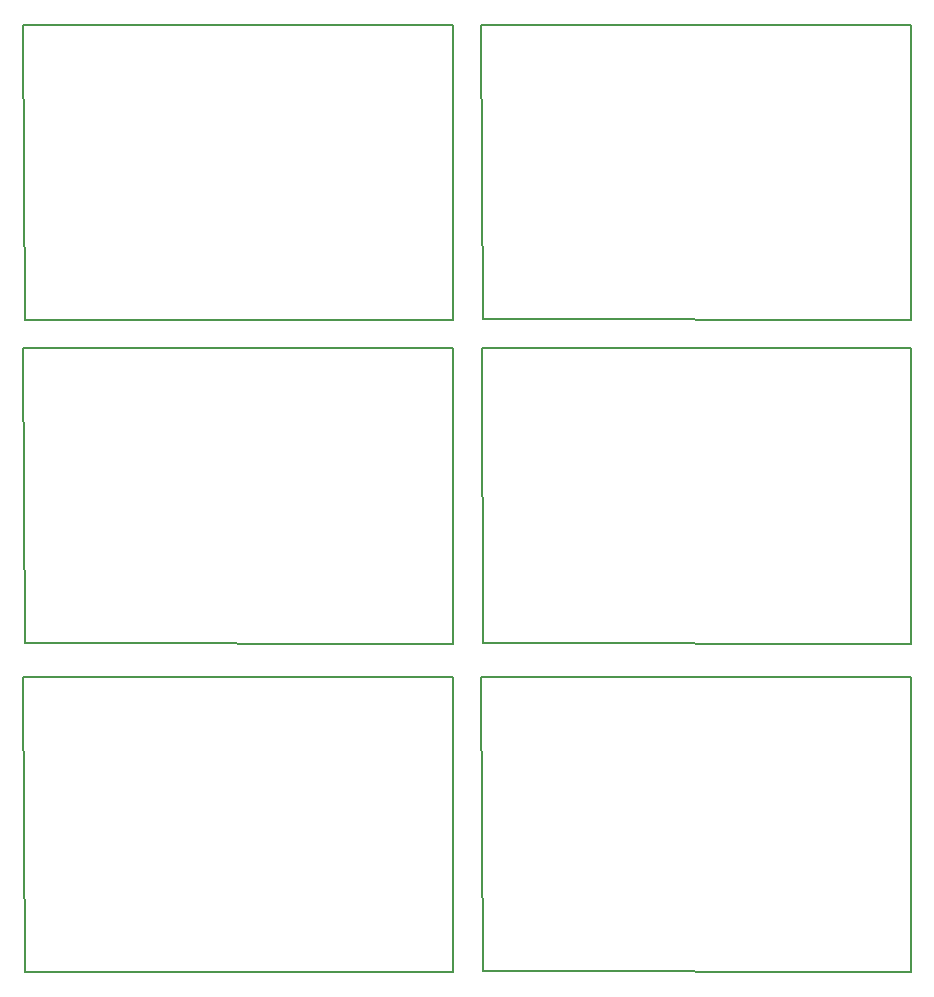
<source format=gbr>
%TF.GenerationSoftware,KiCad,Pcbnew,9.0.0*%
%TF.CreationDate,2025-06-22T11:23:31-03:00*%
%TF.ProjectId,shield arduino,73686965-6c64-4206-9172-6475696e6f2e,rev?*%
%TF.SameCoordinates,Original*%
%TF.FileFunction,Profile,NP*%
%FSLAX46Y46*%
G04 Gerber Fmt 4.6, Leading zero omitted, Abs format (unit mm)*
G04 Created by KiCad (PCBNEW 9.0.0) date 2025-06-22 11:23:31*
%MOMM*%
%LPD*%
G01*
G04 APERTURE LIST*
%TA.AperFunction,Profile*%
%ADD10C,0.150000*%
%TD*%
G04 APERTURE END LIST*
D10*
X157912000Y-99593600D02*
X158039000Y-124523700D01*
X119124300Y-99619000D02*
X155497100Y-99593600D01*
X155504100Y-96781800D02*
X119258300Y-96718300D01*
X194335600Y-96774200D02*
X158089800Y-96710700D01*
X119124300Y-99619000D02*
X119251300Y-124549100D01*
X194284800Y-69393000D02*
X158039000Y-69329500D01*
X194284800Y-124587200D02*
X158039000Y-124523700D01*
X194335600Y-71755200D02*
X194335600Y-96774200D01*
X155497100Y-69418400D02*
X119251300Y-69354900D01*
X155504100Y-71762800D02*
X155504100Y-96781800D01*
X157912000Y-44399400D02*
X194284800Y-44374000D01*
X157912000Y-44399400D02*
X158039000Y-69329500D01*
X155497100Y-44399400D02*
X155497100Y-69418400D01*
X194284800Y-44374000D02*
X194284800Y-69393000D01*
X155497100Y-124612600D02*
X119251300Y-124549100D01*
X119131300Y-71788200D02*
X119258300Y-96718300D01*
X157912000Y-99593600D02*
X194284800Y-99568200D01*
X155497100Y-99593600D02*
X155497100Y-124612600D01*
X119131300Y-71788200D02*
X155504100Y-71762800D01*
X157962800Y-71780600D02*
X194335600Y-71755200D01*
X119124300Y-44424800D02*
X155497100Y-44399400D01*
X194284800Y-99568200D02*
X194284800Y-124587200D01*
X157962800Y-71780600D02*
X158089800Y-96710700D01*
X119124300Y-44424800D02*
X119251300Y-69354900D01*
M02*

</source>
